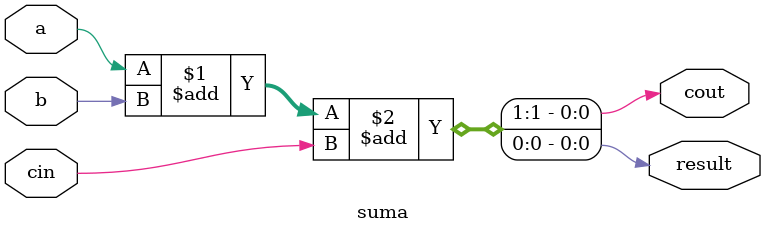
<source format=sv>
module suma (
		input logic a,
		input logic b,
		input logic cin,
		output logic cout,
		output logic result
);
	assign {cout, result} = a + b + cin;
             
endmodule
</source>
